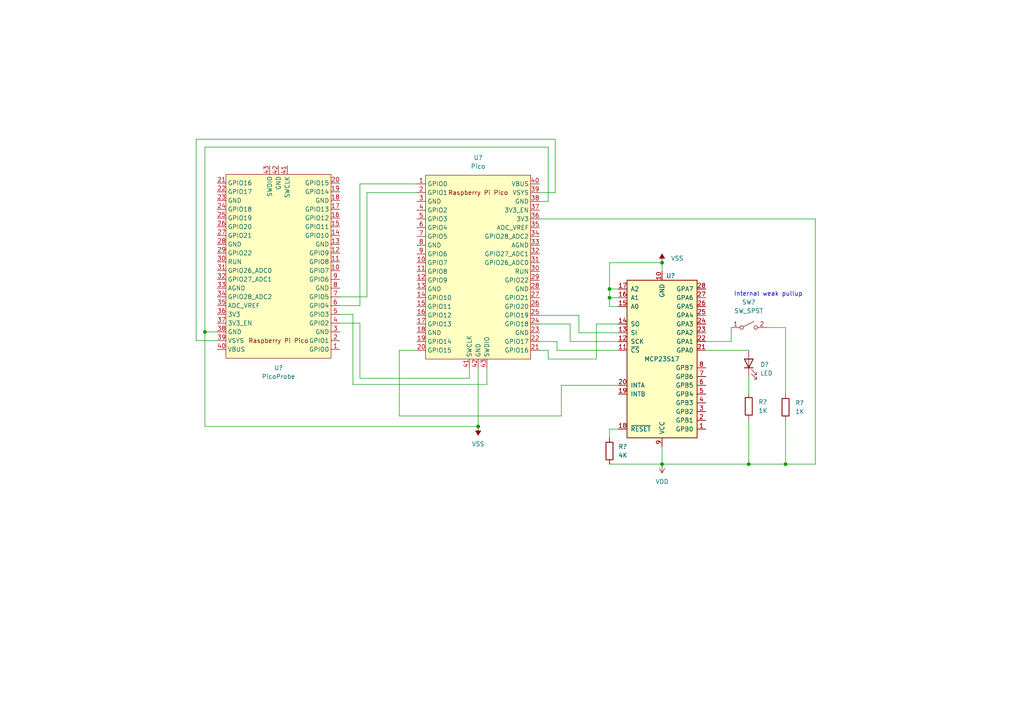
<source format=kicad_sch>
(kicad_sch (version 20211123) (generator eeschema)
  (paper "A4")
  (lib_symbols
    (symbol "Device:LED" (pin_numbers hide) (pin_names (offset 1.016) hide)
      (property "Reference" "D" (at 0 2.54 0))
      (property "Value" "LED" (at 0 -2.54 0))
      (symbol "LED_0_1"
        (polyline (pts (xy -1.27 -1.27) (xy -1.27 1.27)) (stroke (width 0.254)))
        (polyline (pts (xy -1.27 0) (xy 1.27 0)))
        (polyline (pts (xy 1.27 -1.27) (xy 1.27 1.27) (xy -1.27 0) (xy 1.27 -1.27)) (stroke (width 0.254)))
        (polyline (pts (xy -3.048 -0.762) (xy -4.572 -2.286) (xy -3.81 -2.286) (xy -4.572 -2.286) (xy -4.572 -1.524)))
        (polyline (pts (xy -1.778 -0.762) (xy -3.302 -2.286) (xy -2.54 -2.286) (xy -3.302 -2.286) (xy -3.302 -1.524)))
      )
      (symbol "LED_1_1"
        (pin passive line (at -3.81 0 0) (length 2.54) (name "K") (number "1"))
        (pin passive line (at 3.81 0 180) (length 2.54) (name "A") (number "2"))
      )
    )
    (symbol "Device:R" (pin_numbers hide) (pin_names (offset 0))
      (property "Reference" "R" (at 2.032 0 90))
      (property "Value" "R" (at 0 0 90))
      (symbol "R_0_1"
        (rectangle (start -1.016 -2.54) (end 1.016 2.54) (stroke (width 0.254)))
      )
      (symbol "R_1_1"
        (pin passive line (at 0 3.81 270) (length 1.27) (name "~") (number "1"))
        (pin passive line (at 0 -3.81 90) (length 1.27) (name "~") (number "2"))
      )
    )
    (symbol "MCU_RaspberryPi_and_Boards:Pico"
      (property "Reference" "U" (at -13.97 27.94 0))
      (property "Value" "Pico" (at 0 19.05 0))
      (symbol "Pico_0_0"
        (text "Raspberry Pi Pico" (at 0 21.59 0) (effects (font (size 1.27 1.27))))
      )
      (symbol "Pico_0_1"
        (rectangle (start -15.24 26.67) (end 15.24 -26.67) (fill (type background)))
      )
      (symbol "Pico_1_1"
        (pin bidirectional line (at -17.78 24.13 0) (length 2.54) (name "GPIO0") (number "1"))
        (pin bidirectional line (at -17.78 1.27 0) (length 2.54) (name "GPIO7") (number "10"))
        (pin bidirectional line (at -17.78 -1.27 0) (length 2.54) (name "GPIO8") (number "11"))
        (pin bidirectional line (at -17.78 -3.81 0) (length 2.54) (name "GPIO9") (number "12"))
        (pin power_in line (at -17.78 -6.35 0) (length 2.54) (name "GND") (number "13"))
        (pin bidirectional line (at -17.78 -8.89 0) (length 2.54) (name "GPIO10") (number "14"))
        (pin bidirectional line (at -17.78 -11.43 0) (length 2.54) (name "GPIO11") (number "15"))
        (pin bidirectional line (at -17.78 -13.97 0) (length 2.54) (name "GPIO12") (number "16"))
        (pin bidirectional line (at -17.78 -16.51 0) (length 2.54) (name "GPIO13") (number "17"))
        (pin power_in line (at -17.78 -19.05 0) (length 2.54) (name "GND") (number "18"))
        (pin bidirectional line (at -17.78 -21.59 0) (length 2.54) (name "GPIO14") (number "19"))
        (pin bidirectional line (at -17.78 21.59 0) (length 2.54) (name "GPIO1") (number "2"))
        (pin bidirectional line (at -17.78 -24.13 0) (length 2.54) (name "GPIO15") (number "20"))
        (pin bidirectional line (at 17.78 -24.13 180) (length 2.54) (name "GPIO16") (number "21"))
        (pin bidirectional line (at 17.78 -21.59 180) (length 2.54) (name "GPIO17") (number "22"))
        (pin power_in line (at 17.78 -19.05 180) (length 2.54) (name "GND") (number "23"))
        (pin bidirectional line (at 17.78 -16.51 180) (length 2.54) (name "GPIO18") (number "24"))
        (pin bidirectional line (at 17.78 -13.97 180) (length 2.54) (name "GPIO19") (number "25"))
        (pin bidirectional line (at 17.78 -11.43 180) (length 2.54) (name "GPIO20") (number "26"))
        (pin bidirectional line (at 17.78 -8.89 180) (length 2.54) (name "GPIO21") (number "27"))
        (pin power_in line (at 17.78 -6.35 180) (length 2.54) (name "GND") (number "28"))
        (pin bidirectional line (at 17.78 -3.81 180) (length 2.54) (name "GPIO22") (number "29"))
        (pin power_in line (at -17.78 19.05 0) (length 2.54) (name "GND") (number "3"))
        (pin input line (at 17.78 -1.27 180) (length 2.54) (name "RUN") (number "30"))
        (pin bidirectional line (at 17.78 1.27 180) (length 2.54) (name "GPIO26_ADC0") (number "31"))
        (pin bidirectional line (at 17.78 3.81 180) (length 2.54) (name "GPIO27_ADC1") (number "32"))
        (pin power_in line (at 17.78 6.35 180) (length 2.54) (name "AGND") (number "33"))
        (pin bidirectional line (at 17.78 8.89 180) (length 2.54) (name "GPIO28_ADC2") (number "34"))
        (pin power_in line (at 17.78 11.43 180) (length 2.54) (name "ADC_VREF") (number "35"))
        (pin power_in line (at 17.78 13.97 180) (length 2.54) (name "3V3") (number "36"))
        (pin input line (at 17.78 16.51 180) (length 2.54) (name "3V3_EN") (number "37"))
        (pin bidirectional line (at 17.78 19.05 180) (length 2.54) (name "GND") (number "38"))
        (pin power_in line (at 17.78 21.59 180) (length 2.54) (name "VSYS") (number "39"))
        (pin bidirectional line (at -17.78 16.51 0) (length 2.54) (name "GPIO2") (number "4"))
        (pin power_in line (at 17.78 24.13 180) (length 2.54) (name "VBUS") (number "40"))
        (pin input line (at -2.54 -29.21 90) (length 2.54) (name "SWCLK") (number "41"))
        (pin power_in line (at 0 -29.21 90) (length 2.54) (name "GND") (number "42"))
        (pin bidirectional line (at 2.54 -29.21 90) (length 2.54) (name "SWDIO") (number "43"))
        (pin bidirectional line (at -17.78 13.97 0) (length 2.54) (name "GPIO3") (number "5"))
        (pin bidirectional line (at -17.78 11.43 0) (length 2.54) (name "GPIO4") (number "6"))
        (pin bidirectional line (at -17.78 8.89 0) (length 2.54) (name "GPIO5") (number "7"))
        (pin power_in line (at -17.78 6.35 0) (length 2.54) (name "GND") (number "8"))
        (pin bidirectional line (at -17.78 3.81 0) (length 2.54) (name "GPIO6") (number "9"))
      )
    )
    (symbol "Switch:SW_SPST" (pin_names (offset 0) hide)
      (property "Reference" "SW" (at 0 3.175 0))
      (property "Value" "SW_SPST" (at 0 -2.54 0))
      (symbol "SW_SPST_0_0"
        (circle (center -2.032 0) (radius 0.508))
        (polyline (pts (xy -1.524 0.254) (xy 1.524 1.778)))
        (circle (center 2.032 0) (radius 0.508))
      )
      (symbol "SW_SPST_1_1"
        (pin passive line (at -5.08 0 0) (length 2.54) (name "A") (number "1"))
        (pin passive line (at 5.08 0 180) (length 2.54) (name "B") (number "2"))
      )
    )
    (symbol "microchip:MCP23S17" (pin_names (offset 1.016))
      (property "Reference" "U" (at -2.54 26.035 0))
      (property "Value" "MCP23S17" (at -2.54 24.13 0))
      (symbol "MCP23S17_0_1"
        (rectangle (start -10.16 22.86) (end 10.16 -22.86) (stroke (width 0.254)) (fill (type background)))
      )
      (symbol "MCP23S17_1_1"
        (pin bidirectional line (at -12.7 20.32 0) (length 2.54) (name "GPB0") (number "1"))
        (pin power_in line (at 0 -25.4 90) (length 2.54) (name "GND") (number "10"))
        (pin input line (at 12.7 -2.54 180) (length 2.54) (name "~{CS}") (number "11"))
        (pin input line (at 12.7 -5.08 180) (length 2.54) (name "SCK") (number "12"))
        (pin output line (at 12.7 -7.62 180) (length 2.54) (name "SI") (number "13"))
        (pin output line (at 12.7 -10.16 180) (length 2.54) (name "SO") (number "14"))
        (pin input line (at 12.7 -15.24 180) (length 2.54) (name "A0") (number "15"))
        (pin input line (at 12.7 -17.78 180) (length 2.54) (name "A1") (number "16"))
        (pin input line (at 12.7 -20.32 180) (length 2.54) (name "A2") (number "17"))
        (pin input line (at 12.7 20.32 180) (length 2.54) (name "~{RESET}") (number "18"))
        (pin output line (at 12.7 10.16 180) (length 2.54) (name "INTB") (number "19"))
        (pin bidirectional line (at -12.7 17.78 0) (length 2.54) (name "GPB1") (number "2"))
        (pin output line (at 12.7 7.62 180) (length 2.54) (name "INTA") (number "20"))
        (pin bidirectional line (at -12.7 -2.54 0) (length 2.54) (name "GPA0") (number "21"))
        (pin bidirectional line (at -12.7 -5.08 0) (length 2.54) (name "GPA1") (number "22"))
        (pin bidirectional line (at -12.7 -7.62 0) (length 2.54) (name "GPA2") (number "23"))
        (pin bidirectional line (at -12.7 -10.16 0) (length 2.54) (name "GPA3") (number "24"))
        (pin bidirectional line (at -12.7 -12.7 0) (length 2.54) (name "GPA4") (number "25"))
        (pin bidirectional line (at -12.7 -15.24 0) (length 2.54) (name "GPA5") (number "26"))
        (pin bidirectional line (at -12.7 -17.78 0) (length 2.54) (name "GPA6") (number "27"))
        (pin bidirectional line (at -12.7 -20.32 0) (length 2.54) (name "GPA7") (number "28"))
        (pin bidirectional line (at -12.7 15.24 0) (length 2.54) (name "GPB2") (number "3"))
        (pin bidirectional line (at -12.7 12.7 0) (length 2.54) (name "GPB3") (number "4"))
        (pin bidirectional line (at -12.7 10.16 0) (length 2.54) (name "GPB4") (number "5"))
        (pin bidirectional line (at -12.7 7.62 0) (length 2.54) (name "GPB5") (number "6"))
        (pin bidirectional line (at -12.7 5.08 0) (length 2.54) (name "GPB6") (number "7"))
        (pin bidirectional line (at -12.7 2.54 0) (length 2.54) (name "GPB7") (number "8"))
        (pin power_in line (at 0 25.4 270) (length 2.54) (name "VCC") (number "9"))
      )
    )
    (symbol "power:VDD" (power) (pin_names (offset 0))
      (property "Value" "VDD" (at 0 3.81 0))
      (symbol "VDD_0_1"
        (polyline (pts (xy -0.762 1.27) (xy 0 2.54)))
        (polyline (pts (xy 0 0) (xy 0 2.54)))
        (polyline (pts (xy 0 2.54) (xy 0.762 1.27)))
      )
      (symbol "VDD_1_1"
        (pin power_in line (at 0 0 90) (length 0) hide (name "VDD") (number "1"))
      )
    )
    (symbol "power:VSS" (power) (pin_names (offset 0))
      (property "Value" "VSS" (at 0 3.81 0))
      (symbol "VSS_0_1"
        (polyline (pts (xy 0 0) (xy 0 2.54)))
        (polyline (pts (xy 0.762 1.27) (xy -0.762 1.27) (xy 0 2.54) (xy 0.762 1.27)) (fill (type outline)))
      )
      (symbol "VSS_1_1"
        (pin power_in line (at 0 0 90) (length 0) hide (name "VSS") (number "1"))
      )
    )
  )
  (junction (at 176.784 83.82))
  (junction (at 176.784 86.36))
  (junction (at 217.17 134.62))
  (junction (at 192.024 76.2))
  (junction (at 227.838 134.62))
  (junction (at 59.436 96.266))
  (junction (at 138.684 123.698))
  (junction (at 192.024 134.62))
  (wire (pts (xy 136.144 109.728) (xy 136.144 106.68)))
  (wire (pts (xy 138.684 106.68) (xy 138.684 123.698)))
  (wire (pts (xy 161.544 99.06) (xy 161.544 101.6)))
  (wire (pts (xy 104.394 93.726) (xy 104.394 109.728)))
  (wire (pts (xy 204.724 99.06) (xy 212.09 99.06)))
  (wire (pts (xy 159.004 104.14) (xy 172.974 104.14)))
  (wire (pts (xy 62.992 98.806) (xy 56.896 98.806)))
  (wire (pts (xy 236.474 63.5) (xy 236.474 134.62)))
  (wire (pts (xy 156.464 93.98) (xy 165.354 93.98)))
  (wire (pts (xy 192.024 76.2) (xy 192.024 78.74)))
  (wire (pts (xy 115.824 120.65) (xy 115.824 101.6)))
  (wire (pts (xy 141.224 111.506) (xy 141.224 106.68)))
  (wire (pts (xy 172.974 93.98) (xy 179.324 93.98)))
  (wire (pts (xy 104.394 53.34) (xy 120.904 53.34)))
  (wire (pts (xy 176.784 83.82) (xy 176.784 76.2)))
  (wire (pts (xy 98.552 91.186) (xy 102.362 91.186)))
  (wire (pts (xy 217.17 134.62) (xy 192.024 134.62)))
  (wire (pts (xy 156.464 101.6) (xy 159.004 101.6)))
  (wire (pts (xy 176.784 86.36) (xy 179.324 86.36)))
  (wire (pts (xy 165.354 99.06) (xy 179.324 99.06)))
  (wire (pts (xy 227.838 94.996) (xy 227.838 114.3)))
  (wire (pts (xy 176.784 134.62) (xy 192.024 134.62)))
  (wire (pts (xy 98.552 86.106) (xy 106.426 86.106)))
  (wire (pts (xy 98.552 93.726) (xy 104.394 93.726)))
  (wire (pts (xy 59.436 123.698) (xy 59.436 96.266)))
  (wire (pts (xy 98.552 88.646) (xy 104.394 88.646)))
  (wire (pts (xy 167.894 96.52) (xy 179.324 96.52)))
  (wire (pts (xy 102.362 111.506) (xy 141.224 111.506)))
  (wire (pts (xy 179.324 88.9) (xy 176.784 88.9)))
  (wire (pts (xy 161.544 101.6) (xy 179.324 101.6)))
  (wire (pts (xy 227.838 121.92) (xy 227.838 134.62)))
  (wire (pts (xy 176.784 127) (xy 176.784 124.46)))
  (wire (pts (xy 59.436 96.266) (xy 59.436 42.672)))
  (wire (pts (xy 156.464 99.06) (xy 161.544 99.06)))
  (wire (pts (xy 106.426 86.106) (xy 106.426 55.88)))
  (wire (pts (xy 217.17 121.666) (xy 217.17 134.62)))
  (wire (pts (xy 156.464 63.5) (xy 236.474 63.5)))
  (wire (pts (xy 102.362 91.186) (xy 102.362 111.506)))
  (wire (pts (xy 156.464 55.88) (xy 161.036 55.88)))
  (wire (pts (xy 172.974 93.98) (xy 172.974 104.14)))
  (wire (pts (xy 159.004 58.42) (xy 156.464 58.42)))
  (wire (pts (xy 106.426 55.88) (xy 120.904 55.88)))
  (wire (pts (xy 104.394 109.728) (xy 136.144 109.728)))
  (wire (pts (xy 176.784 76.2) (xy 192.024 76.2)))
  (wire (pts (xy 217.17 109.22) (xy 217.17 114.046)))
  (wire (pts (xy 159.004 42.672) (xy 159.004 58.42)))
  (wire (pts (xy 222.25 94.996) (xy 227.838 94.996)))
  (wire (pts (xy 62.992 96.266) (xy 59.436 96.266)))
  (wire (pts (xy 104.394 88.646) (xy 104.394 53.34)))
  (wire (pts (xy 56.896 98.806) (xy 56.896 40.386)))
  (wire (pts (xy 159.004 101.6) (xy 159.004 104.14)))
  (wire (pts (xy 179.324 111.76) (xy 162.814 111.76)))
  (wire (pts (xy 212.09 99.06) (xy 212.09 94.996)))
  (wire (pts (xy 59.436 42.672) (xy 159.004 42.672)))
  (wire (pts (xy 161.036 40.386) (xy 161.036 55.88)))
  (wire (pts (xy 236.474 134.62) (xy 227.838 134.62)))
  (wire (pts (xy 176.784 83.82) (xy 179.324 83.82)))
  (wire (pts (xy 56.896 40.386) (xy 161.036 40.386)))
  (wire (pts (xy 176.784 86.36) (xy 176.784 83.82)))
  (wire (pts (xy 165.354 93.98) (xy 165.354 99.06)))
  (wire (pts (xy 227.838 134.62) (xy 217.17 134.62)))
  (wire (pts (xy 167.894 91.44) (xy 167.894 96.52)))
  (wire (pts (xy 192.024 134.62) (xy 192.024 129.54)))
  (wire (pts (xy 176.784 88.9) (xy 176.784 86.36)))
  (wire (pts (xy 162.814 120.65) (xy 115.824 120.65)))
  (wire (pts (xy 115.824 101.6) (xy 120.904 101.6)))
  (wire (pts (xy 138.684 123.698) (xy 59.436 123.698)))
  (wire (pts (xy 156.464 91.44) (xy 167.894 91.44)))
  (wire (pts (xy 162.814 111.76) (xy 162.814 120.65)))
  (wire (pts (xy 176.784 124.46) (xy 179.324 124.46)))
  (wire (pts (xy 204.724 101.6) (xy 217.17 101.6)))
  (text "Internal weak pullup" (at 212.852 86.106 0) (effects (font (size 1.27 1.27)) (justify left bottom)))
  (symbol (lib_id "Device:LED") (at 217.17 105.41 90) (unit 1)
    (property "Reference" "D?" (at 220.472 105.7274 90) (effects (justify right)))
    (property "Value" "LED" (at 220.472 108.2674 90) (effects (justify right)))
  )
  (symbol (lib_id "Device:R") (at 227.838 118.11 0) (unit 1)
    (property "Reference" "R?" (at 230.632 116.8399 0) (effects (justify left)))
    (property "Value" "1K" (at 230.632 119.3799 0) (effects (justify left)))
  )
  (symbol (lib_id "Switch:SW_SPST") (at 217.17 94.996 0) (unit 1)
    (property "Reference" "SW?" (at 217.17 87.63 0))
    (property "Value" "SW_SPST" (at 217.17 90.17 0))
  )
  (symbol (lib_id "power:VSS") (at 192.024 76.2 0) (unit 1)
    (property "Reference" "#PWR?" (effects hide))
    (property "Value" "VSS" (at 194.564 74.9299 0) (effects (justify left)))
  )
  (symbol (lib_id "microchip:MCP23S17") (at 192.024 104.14 180) (unit 1)
    (property "Reference" "U?" (at 195.834 80.01 0) (effects (justify left)))
    (property "Value" "MCP23S17" (at 197.104 104.14 0) (effects (justify left)))
    (property "Datasheet" "http://ww1.microchip.com/downloads/en/DeviceDoc/21801e.pdf" (effects hide))
  )
  (symbol (lib_id "Device:R") (at 176.784 130.81 0) (unit 1)
    (property "Reference" "R?" (at 179.324 129.5399 0) (effects (justify left)))
    (property "Value" "4K" (at 179.324 132.0799 0) (effects (justify left)))
  )
  (symbol (lib_id "power:VSS") (at 138.684 123.698 180) (unit 1)
    (property "Reference" "#PWR?" (effects hide))
    (property "Value" "VSS" (at 138.684 128.778 0))
  )
  (symbol (lib_id "Device:R") (at 217.17 117.856 0) (unit 1)
    (property "Reference" "R?" (at 219.964 116.5859 0) (effects (justify left)))
    (property "Value" "1K" (at 219.964 119.1259 0) (effects (justify left)))
  )
  (symbol (lib_id "MCU_RaspberryPi_and_Boards:Pico") (at 80.772 77.216 180) (unit 1)
    (property "Reference" "U?" (at 80.772 106.68 0))
    (property "Value" "PicoProbe" (at 80.772 109.22 0))
    (property "Footprint" "RPi_Pico:RPi_Pico_SMD_TH" (effects hide))
  )
  (symbol (lib_id "MCU_RaspberryPi_and_Boards:Pico") (at 138.684 77.47 0) (unit 1)
    (property "Reference" "U?" (at 138.684 45.72 0))
    (property "Value" "Pico" (at 138.684 48.26 0))
    (property "Footprint" "RPi_Pico:RPi_Pico_SMD_TH" (effects hide))
  )
  (symbol (lib_id "power:VDD") (at 192.024 134.62 180) (unit 1)
    (property "Reference" "#PWR?" (effects hide))
    (property "Value" "VDD" (at 192.024 139.7 0))
  )
)
</source>
